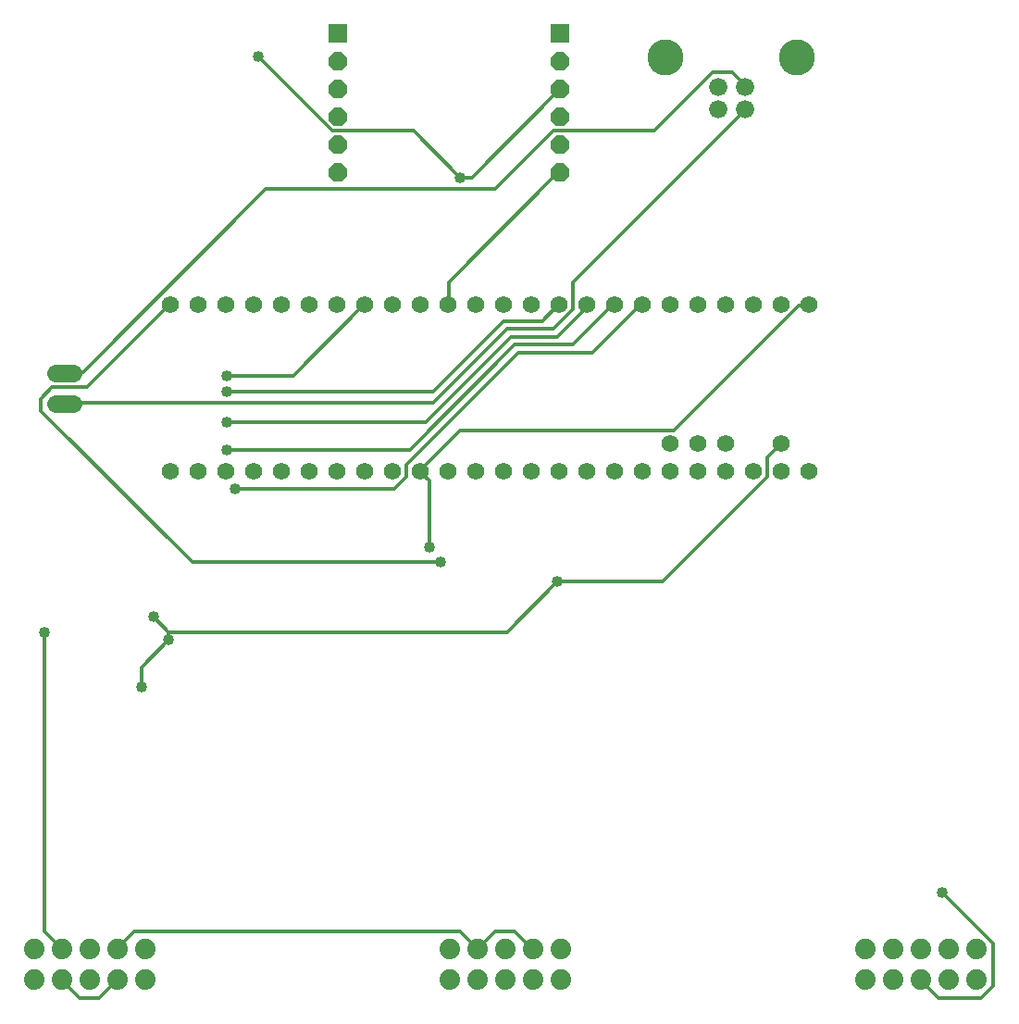
<source format=gbl>
G75*
%MOIN*%
%OFA0B0*%
%FSLAX25Y25*%
%IPPOS*%
%LPD*%
%AMOC8*
5,1,8,0,0,1.08239X$1,22.5*
%
%ADD10C,0.06200*%
%ADD11C,0.06600*%
%ADD12C,0.13000*%
%ADD13R,0.06600X0.06600*%
%ADD14OC8,0.06600*%
%ADD15C,0.06400*%
%ADD16C,0.07400*%
%ADD17C,0.01200*%
%ADD18C,0.04000*%
D10*
X0076984Y0205882D03*
X0086984Y0205882D03*
X0096984Y0205882D03*
X0106984Y0205882D03*
X0116984Y0205882D03*
X0126984Y0205882D03*
X0136984Y0205882D03*
X0146984Y0205882D03*
X0156984Y0205882D03*
X0166984Y0205882D03*
X0176984Y0205882D03*
X0186984Y0205882D03*
X0196984Y0205882D03*
X0206984Y0205882D03*
X0216984Y0205882D03*
X0226984Y0205882D03*
X0236984Y0205882D03*
X0246984Y0205882D03*
X0256984Y0205882D03*
X0256984Y0215882D03*
X0266984Y0215882D03*
X0276984Y0215882D03*
X0276984Y0205882D03*
X0266984Y0205882D03*
X0286984Y0205882D03*
X0296984Y0205882D03*
X0296984Y0215882D03*
X0306984Y0205882D03*
X0306984Y0265882D03*
X0296984Y0265882D03*
X0286984Y0265882D03*
X0276984Y0265882D03*
X0266984Y0265882D03*
X0256984Y0265882D03*
X0246984Y0265882D03*
X0236984Y0265882D03*
X0226984Y0265882D03*
X0216984Y0265882D03*
X0206984Y0265882D03*
X0196984Y0265882D03*
X0186984Y0265882D03*
X0176984Y0265882D03*
X0166984Y0265882D03*
X0156984Y0265882D03*
X0146984Y0265882D03*
X0136984Y0265882D03*
X0126984Y0265882D03*
X0116984Y0265882D03*
X0106984Y0265882D03*
X0096984Y0265882D03*
X0086984Y0265882D03*
X0076984Y0265882D03*
D11*
X0274346Y0336468D03*
X0274346Y0344268D03*
X0284189Y0344268D03*
X0284189Y0336468D03*
D12*
X0302968Y0354968D03*
X0255568Y0354968D03*
D13*
X0217614Y0363638D03*
X0137614Y0363638D03*
D14*
X0137614Y0353638D03*
X0137614Y0343638D03*
X0137614Y0333638D03*
X0137614Y0323638D03*
X0137614Y0313638D03*
X0217614Y0313638D03*
X0217614Y0323638D03*
X0217614Y0333638D03*
X0217614Y0343638D03*
X0217614Y0353638D03*
D15*
X0042074Y0241303D02*
X0035674Y0241303D01*
X0035674Y0230303D02*
X0042074Y0230303D01*
D16*
X0028244Y0023059D03*
X0038244Y0023059D03*
X0048244Y0023059D03*
X0058244Y0023059D03*
X0068244Y0023059D03*
X0068244Y0034059D03*
X0058244Y0034059D03*
X0048244Y0034059D03*
X0038244Y0034059D03*
X0028244Y0034059D03*
X0177850Y0034059D03*
X0187850Y0034059D03*
X0197850Y0034059D03*
X0207850Y0034059D03*
X0217850Y0034059D03*
X0217850Y0023059D03*
X0207850Y0023059D03*
X0197850Y0023059D03*
X0187850Y0023059D03*
X0177850Y0023059D03*
X0327457Y0023059D03*
X0337457Y0023059D03*
X0347457Y0023059D03*
X0357457Y0023059D03*
X0367457Y0023059D03*
X0367457Y0034059D03*
X0357457Y0034059D03*
X0347457Y0034059D03*
X0337457Y0034059D03*
X0327457Y0034059D03*
D17*
X0347457Y0023059D02*
X0348200Y0022000D01*
X0353800Y0016400D01*
X0369200Y0016400D01*
X0373400Y0020600D01*
X0373400Y0036000D01*
X0355200Y0054200D01*
X0254400Y0166200D02*
X0292200Y0204000D01*
X0292200Y0211000D01*
X0296400Y0215200D01*
X0296984Y0215882D01*
X0258600Y0220800D02*
X0181600Y0220800D01*
X0167600Y0206800D01*
X0166984Y0205882D01*
X0167600Y0205400D01*
X0170400Y0202600D01*
X0170400Y0178800D01*
X0174600Y0173200D02*
X0085000Y0173200D01*
X0030400Y0227800D01*
X0030400Y0232000D01*
X0034600Y0236200D01*
X0047200Y0236200D01*
X0076600Y0265600D01*
X0076984Y0265882D01*
X0097600Y0240400D02*
X0121400Y0240400D01*
X0146600Y0265600D01*
X0146984Y0265882D01*
X0176984Y0265882D02*
X0177400Y0267000D01*
X0177400Y0274000D01*
X0216600Y0313200D01*
X0217614Y0313638D01*
X0215200Y0328600D02*
X0251600Y0328600D01*
X0272600Y0349600D01*
X0279600Y0349600D01*
X0283800Y0345400D01*
X0284189Y0344268D01*
X0284189Y0336468D02*
X0283800Y0335600D01*
X0222200Y0274000D01*
X0222200Y0264200D01*
X0215200Y0257200D01*
X0198400Y0257200D01*
X0171800Y0230600D01*
X0040200Y0230600D01*
X0038874Y0230303D01*
X0038874Y0241303D02*
X0040200Y0241800D01*
X0045800Y0241800D01*
X0111600Y0307600D01*
X0194200Y0307600D01*
X0215200Y0328600D01*
X0216600Y0342600D02*
X0217614Y0343638D01*
X0216600Y0342600D02*
X0185800Y0311800D01*
X0181600Y0311800D01*
X0164800Y0328600D01*
X0135400Y0328600D01*
X0108800Y0355200D01*
X0197000Y0260000D02*
X0211000Y0260000D01*
X0216600Y0265600D01*
X0216984Y0265882D01*
X0226984Y0265882D02*
X0227800Y0265600D01*
X0216600Y0254400D01*
X0199800Y0254400D01*
X0169000Y0223600D01*
X0097600Y0223600D01*
X0097600Y0234800D02*
X0171800Y0234800D01*
X0197000Y0260000D01*
X0201200Y0251600D02*
X0222200Y0251600D01*
X0236200Y0265600D01*
X0236984Y0265882D01*
X0246000Y0265600D02*
X0246984Y0265882D01*
X0246000Y0265600D02*
X0229200Y0248800D01*
X0202600Y0248800D01*
X0162000Y0208200D01*
X0162000Y0204000D01*
X0157800Y0199800D01*
X0100400Y0199800D01*
X0097600Y0213800D02*
X0163400Y0213800D01*
X0201200Y0251600D01*
X0258600Y0220800D02*
X0303400Y0265600D01*
X0306200Y0265600D01*
X0306984Y0265882D01*
X0254400Y0166200D02*
X0216600Y0166200D01*
X0198400Y0148000D01*
X0076600Y0148000D01*
X0071000Y0153600D01*
X0076600Y0148000D02*
X0076600Y0145200D01*
X0066800Y0135400D01*
X0066800Y0128400D01*
X0031800Y0148000D02*
X0031800Y0040200D01*
X0037400Y0034600D01*
X0038244Y0034059D01*
X0038244Y0023059D02*
X0038800Y0022000D01*
X0044400Y0016400D01*
X0051400Y0016400D01*
X0057000Y0022000D01*
X0058244Y0023059D01*
X0058244Y0034059D02*
X0058400Y0034600D01*
X0064000Y0040200D01*
X0181600Y0040200D01*
X0187200Y0034600D01*
X0187850Y0034059D01*
X0188600Y0034600D01*
X0194200Y0040200D01*
X0201200Y0040200D01*
X0206800Y0034600D01*
X0207850Y0034059D01*
D18*
X0216600Y0166200D03*
X0174600Y0173200D03*
X0170400Y0178800D03*
X0100400Y0199800D03*
X0097600Y0213800D03*
X0097600Y0223600D03*
X0097600Y0234800D03*
X0097600Y0240400D03*
X0181600Y0311800D03*
X0108800Y0355200D03*
X0071000Y0153600D03*
X0076600Y0145200D03*
X0066800Y0128400D03*
X0031800Y0148000D03*
X0355200Y0054200D03*
M02*

</source>
